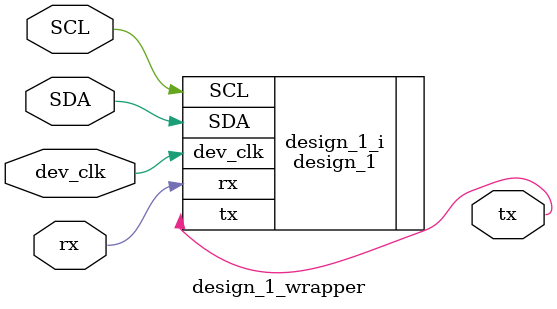
<source format=v>

`timescale 1 ps / 1 ps

module design_1_wrapper
   (SCL,
    SDA,
    dev_clk,
    rx,
    tx);
  inout SCL;
  inout SDA;
  input dev_clk;
  input rx;
  output tx;

  wire SCL;
  wire SDA;
  wire dev_clk;
  wire rx;
  wire tx;

  design_1 design_1_i
       (.SCL(SCL),
        .SDA(SDA),
        .dev_clk(dev_clk),
        .rx(rx),
        .tx(tx));
endmodule

</source>
